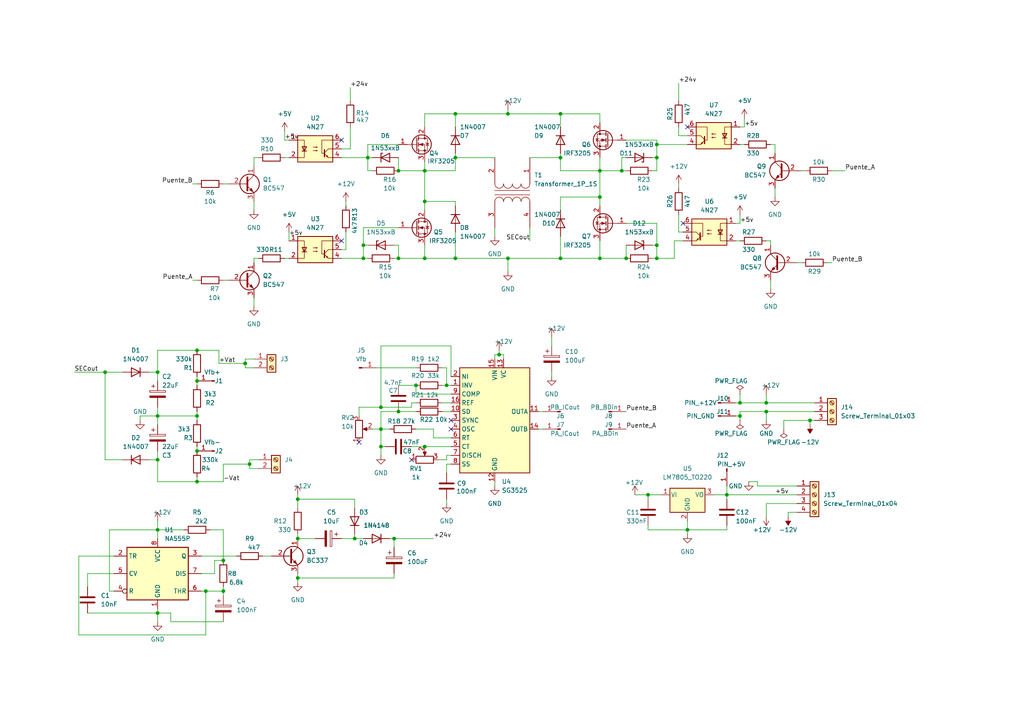
<source format=kicad_sch>
(kicad_sch (version 20231120) (generator "eeschema") (generator_version "8.0")
  (paper "A4")
  (title_block (title "Puente_H_Fuente_AT_SCH") (date "2023-05-30") (rev "1") (company "FaCENA-UNNE") (comment 1 "Dispositivo para relevamiento de umbrales de sensibilidad tactil.") (comment 2 "Tesis MIB: García Cabrera, Jeremías A."))
  (junction (at 115.57 74.93))
  (junction (at 129.54 111.76))
  (junction (at 105.41 74.93))
  (junction (at 190.5 74.93))
  (junction (at 214.63 116.84))
  (junction (at 45.72 177.8))
  (junction (at 132.08 45.72))
  (junction (at 45.72 107.95))
  (junction (at 45.72 153.67))
  (junction (at 123.19 49.53))
  (junction (at 110.49 118.11))
  (junction (at 102.87 156.21))
  (junction (at 190.5 45.72))
  (junction (at 132.08 74.93))
  (junction (at 162.56 45.72))
  (junction (at 173.99 49.53))
  (junction (at 59.69 171.45))
  (junction (at 57.15 101.6))
  (junction (at 123.19 74.93))
  (junction (at 57.15 139.7))
  (junction (at 144.78 102.87))
  (junction (at 162.56 33.02))
  (junction (at 86.36 167.64))
  (junction (at 110.49 129.54))
  (junction (at 114.3 156.21))
  (junction (at 120.65 111.76))
  (junction (at 57.15 110.49))
  (junction (at 106.68 45.72))
  (junction (at 64.77 162.56))
  (junction (at 110.49 124.46))
  (junction (at 105.41 71.12))
  (junction (at 115.57 49.53))
  (junction (at 45.72 120.65))
  (junction (at 86.36 144.78))
  (junction (at 45.72 133.35))
  (junction (at 190.5 71.12))
  (junction (at 173.99 57.15))
  (junction (at 187.96 143.51))
  (junction (at 123.19 58.42))
  (junction (at 234.95 121.92))
  (junction (at 57.15 130.81))
  (junction (at 214.63 120.65))
  (junction (at 123.19 129.54))
  (junction (at 115.57 119.38))
  (junction (at 57.15 120.65))
  (junction (at 173.99 74.93))
  (junction (at 210.82 143.51))
  (junction (at 132.08 33.02))
  (junction (at 147.32 74.93))
  (junction (at 222.25 116.84))
  (junction (at 71.12 105.41))
  (junction (at 147.32 33.02))
  (junction (at 30.48 107.95))
  (junction (at 222.25 119.38))
  (junction (at 162.56 74.93))
  (junction (at 72.39 134.62))
  (junction (at 180.34 49.53))
  (junction (at 199.39 153.67))
  (junction (at 190.5 41.91))
  (junction (at 86.36 156.21))
  (junction (at 64.77 171.45))
  (junction (at 181.61 74.93))
  (no_connect (at 104.14 128.27))
  (no_connect (at 119.38 133.35))
  (no_connect (at 130.81 124.46))
  (no_connect (at 130.81 121.92))
  (no_connect (at 199.39 36.83))
  (no_connect (at 198.12 64.77))
  (no_connect (at 99.06 69.85))
  (no_connect (at 99.06 40.64))
  (wire (pts (xy 147.32 74.93) (xy 162.56 74.93)))
  (wire (pts (xy 86.36 143.51) (xy 86.36 144.78)))
  (wire (pts (xy 110.49 124.46) (xy 113.03 124.46)))
  (wire (pts (xy 195.58 74.93) (xy 190.5 74.93)))
  (wire (pts (xy 219.71 140.97) (xy 231.14 140.97)))
  (wire (pts (xy 45.72 130.81) (xy 45.72 133.35)))
  (wire (pts (xy 234.95 121.92) (xy 236.22 121.92)))
  (wire (pts (xy 214.63 114.3) (xy 214.63 116.84)))
  (wire (pts (xy 105.41 74.93) (xy 105.41 71.12)))
  (wire (pts (xy 101.6 43.18) (xy 101.6 36.83)))
  (wire (pts (xy 232.41 49.53) (xy 233.68 49.53)))
  (wire (pts (xy 125.73 127) (xy 130.81 127)))
  (wire (pts (xy 120.65 114.3) (xy 130.81 114.3)))
  (wire (pts (xy 120.65 119.38) (xy 115.57 119.38)))
  (wire (pts (xy 45.72 177.8) (xy 45.72 176.53)))
  (wire (pts (xy 115.57 74.93) (xy 123.19 74.93)))
  (wire (pts (xy 22.86 161.29) (xy 22.86 184.15)))
  (wire (pts (xy 53.34 153.67) (xy 45.72 153.67)))
  (wire (pts (xy 214.63 121.92) (xy 214.63 120.65)))
  (wire (pts (xy 222.25 116.84) (xy 236.22 116.84)))
  (wire (pts (xy 123.19 49.53) (xy 123.19 46.99)))
  (wire (pts (xy 222.25 114.3) (xy 222.25 116.84)))
  (wire (pts (xy 74.93 135.89) (xy 72.39 135.89)))
  (wire (pts (xy 123.19 33.02) (xy 132.08 33.02)))
  (wire (pts (xy 110.49 100.33) (xy 110.49 118.11)))
  (wire (pts (xy 130.81 100.33) (xy 110.49 100.33)))
  (wire (pts (xy 195.58 69.85) (xy 195.58 74.93)))
  (wire (pts (xy 173.99 49.53) (xy 180.34 49.53)))
  (wire (pts (xy 231.14 76.2) (xy 232.41 76.2)))
  (wire (pts (xy 73.66 76.2) (xy 73.66 74.93)))
  (wire (pts (xy 106.68 45.72) (xy 106.68 49.53)))
  (wire (pts (xy 62.23 162.56) (xy 64.77 162.56)))
  (wire (pts (xy 132.08 33.02) (xy 132.08 36.83)))
  (wire (pts (xy 57.15 110.49) (xy 57.15 111.76)))
  (wire (pts (xy 43.18 107.95) (xy 45.72 107.95)))
  (wire (pts (xy 82.55 40.64) (xy 83.82 40.64)))
  (wire (pts (xy 214.63 64.77) (xy 213.36 64.77)))
  (wire (pts (xy 228.6 149.86) (xy 228.6 148.59)))
  (wire (pts (xy 31.75 153.67) (xy 31.75 171.45)))
  (wire (pts (xy 58.42 161.29) (xy 68.58 161.29)))
  (wire (pts (xy 123.19 60.96) (xy 123.19 58.42)))
  (wire (pts (xy 190.5 41.91) (xy 190.5 45.72)))
  (wire (pts (xy 123.19 49.53) (xy 123.19 58.42)))
  (wire (pts (xy 64.77 81.28) (xy 66.04 81.28)))
  (wire (pts (xy 128.27 111.76) (xy 129.54 111.76)))
  (wire (pts (xy 160.02 97.79) (xy 160.02 100.33)))
  (wire (pts (xy 119.38 118.11) (xy 110.49 118.11)))
  (wire (pts (xy 31.75 153.67) (xy 45.72 153.67)))
  (wire (pts (xy 214.63 62.23) (xy 214.63 64.77)))
  (wire (pts (xy 40.64 120.65) (xy 45.72 120.65)))
  (wire (pts (xy 132.08 49.53) (xy 123.19 49.53)))
  (wire (pts (xy 162.56 36.83) (xy 162.56 33.02)))
  (wire (pts (xy 180.34 45.72) (xy 181.61 45.72)))
  (wire (pts (xy 222.25 149.86) (xy 222.25 146.05)))
  (wire (pts (xy 199.39 151.13) (xy 199.39 153.67)))
  (wire (pts (xy 187.96 143.51) (xy 191.77 143.51)))
  (wire (pts (xy 99.06 72.39) (xy 100.33 72.39)))
  (wire (pts (xy 173.99 74.93) (xy 181.61 74.93)))
  (wire (pts (xy 102.87 156.21) (xy 99.06 156.21)))
  (wire (pts (xy 110.49 129.54) (xy 110.49 132.08)))
  (wire (pts (xy 109.22 106.68) (xy 120.65 106.68)))
  (wire (pts (xy 162.56 49.53) (xy 173.99 49.53)))
  (wire (pts (xy 222.25 119.38) (xy 236.22 119.38)))
  (wire (pts (xy 63.5 101.6) (xy 63.5 105.41)))
  (wire (pts (xy 132.08 58.42) (xy 132.08 59.69)))
  (wire (pts (xy 128.27 119.38) (xy 130.81 119.38)))
  (wire (pts (xy 104.14 120.65) (xy 104.14 118.11)))
  (wire (pts (xy 210.82 152.4) (xy 210.82 153.67)))
  (wire (pts (xy 107.95 45.72) (xy 106.68 45.72)))
  (wire (pts (xy 227.33 121.92) (xy 234.95 121.92)))
  (wire (pts (xy 76.2 161.29) (xy 78.74 161.29)))
  (wire (pts (xy 102.87 147.32) (xy 102.87 144.78)))
  (wire (pts (xy 190.5 45.72) (xy 190.5 49.53)))
  (wire (pts (xy 199.39 41.91) (xy 190.5 41.91)))
  (wire (pts (xy 105.41 66.04) (xy 105.41 71.12)))
  (wire (pts (xy 83.82 67.31) (xy 83.82 69.85)))
  (wire (pts (xy 143.51 104.14) (xy 143.51 102.87)))
  (wire (pts (xy 162.56 44.45) (xy 162.56 45.72)))
  (wire (pts (xy 190.5 40.64) (xy 190.5 41.91)))
  (wire (pts (xy 45.72 133.35) (xy 43.18 133.35)))
  (wire (pts (xy 129.54 132.08) (xy 130.81 132.08)))
  (wire (pts (xy 129.54 137.16) (xy 129.54 134.62)))
  (wire (pts (xy 224.79 54.61) (xy 224.79 57.15)))
  (wire (pts (xy 143.51 66.04) (xy 143.51 68.58)))
  (wire (pts (xy 110.49 129.54) (xy 111.76 129.54)))
  (wire (pts (xy 102.87 154.94) (xy 102.87 156.21)))
  (wire (pts (xy 162.56 45.72) (xy 162.56 49.53)))
  (wire (pts (xy 129.54 133.35) (xy 129.54 132.08)))
  (wire (pts (xy 181.61 71.12) (xy 181.61 74.93)))
  (wire (pts (xy 210.82 143.51) (xy 231.14 143.51)))
  (wire (pts (xy 214.63 41.91) (xy 215.9 41.91)))
  (wire (pts (xy 33.02 161.29) (xy 22.86 161.29)))
  (wire (pts (xy 71.12 106.68) (xy 73.66 106.68)))
  (wire (pts (xy 187.96 153.67) (xy 199.39 153.67)))
  (wire (pts (xy 190.5 49.53) (xy 189.23 49.53)))
  (wire (pts (xy 72.39 133.35) (xy 74.93 133.35)))
  (wire (pts (xy 45.72 107.95) (xy 45.72 110.49)))
  (wire (pts (xy 106.68 41.91) (xy 106.68 45.72)))
  (wire (pts (xy 57.15 121.92) (xy 57.15 120.65)))
  (wire (pts (xy 130.81 100.33) (xy 130.81 109.22)))
  (wire (pts (xy 115.57 71.12) (xy 115.57 74.93)))
  (wire (pts (xy 196.85 36.83) (xy 196.85 39.37)))
  (wire (pts (xy 224.79 41.91) (xy 224.79 44.45)))
  (wire (pts (xy 101.6 25.4) (xy 101.6 29.21)))
  (wire (pts (xy 30.48 133.35) (xy 30.48 107.95)))
  (wire (pts (xy 57.15 119.38) (xy 57.15 120.65)))
  (wire (pts (xy 219.71 140.97) (xy 219.71 139.7)))
  (wire (pts (xy 104.14 118.11) (xy 110.49 118.11)))
  (wire (pts (xy 127 133.35) (xy 129.54 133.35)))
  (wire (pts (xy 115.57 111.76) (xy 120.65 111.76)))
  (wire (pts (xy 72.39 134.62) (xy 72.39 133.35)))
  (wire (pts (xy 215.9 34.29) (xy 215.9 36.83)))
  (wire (pts (xy 234.95 123.19) (xy 234.95 121.92)))
  (wire (pts (xy 132.08 67.31) (xy 132.08 74.93)))
  (wire (pts (xy 189.23 45.72) (xy 190.5 45.72)))
  (wire (pts (xy 190.5 71.12) (xy 190.5 74.93)))
  (wire (pts (xy 162.56 33.02) (xy 173.99 33.02)))
  (wire (pts (xy 180.34 49.53) (xy 181.61 49.53)))
  (wire (pts (xy 59.69 184.15) (xy 59.69 171.45)))
  (wire (pts (xy 31.75 171.45) (xy 33.02 171.45)))
  (wire (pts (xy 64.77 170.18) (xy 64.77 171.45)))
  (wire (pts (xy 181.61 64.77) (xy 190.5 64.77)))
  (wire (pts (xy 162.56 68.58) (xy 162.56 74.93)))
  (wire (pts (xy 173.99 69.85) (xy 173.99 74.93)))
  (wire (pts (xy 82.55 45.72) (xy 83.82 45.72)))
  (wire (pts (xy 129.54 144.78) (xy 129.54 146.05)))
  (wire (pts (xy 132.08 74.93) (xy 147.32 74.93)))
  (wire (pts (xy 106.68 74.93) (xy 105.41 74.93)))
  (wire (pts (xy 82.55 74.93) (xy 83.82 74.93)))
  (wire (pts (xy 57.15 139.7) (xy 64.77 139.7)))
  (wire (pts (xy 115.57 49.53) (xy 123.19 49.53)))
  (wire (pts (xy 173.99 49.53) (xy 173.99 57.15)))
  (wire (pts (xy 59.69 171.45) (xy 64.77 171.45)))
  (wire (pts (xy 217.17 139.7) (xy 219.71 139.7)))
  (wire (pts (xy 105.41 71.12) (xy 106.68 71.12)))
  (wire (pts (xy 196.85 53.34) (xy 196.85 54.61)))
  (wire (pts (xy 86.36 166.37) (xy 86.36 167.64)))
  (wire (pts (xy 120.65 124.46) (xy 125.73 124.46)))
  (wire (pts (xy 215.9 36.83) (xy 214.63 36.83)))
  (wire (pts (xy 102.87 156.21) (xy 105.41 156.21)))
  (wire (pts (xy 114.3 166.37) (xy 114.3 167.64)))
  (wire (pts (xy 143.51 102.87) (xy 144.78 102.87)))
  (wire (pts (xy 119.38 129.54) (xy 123.19 129.54)))
  (wire (pts (xy 45.72 139.7) (xy 57.15 139.7)))
  (wire (pts (xy 40.64 121.92) (xy 40.64 120.65)))
  (wire (pts (xy 64.77 53.34) (xy 66.04 53.34)))
  (wire (pts (xy 21.59 107.95) (xy 30.48 107.95)))
  (wire (pts (xy 100.33 58.42) (xy 100.33 59.69)))
  (wire (pts (xy 73.66 58.42) (xy 73.66 60.96)))
  (wire (pts (xy 113.03 156.21) (xy 114.3 156.21)))
  (wire (pts (xy 147.32 33.02) (xy 162.56 33.02)))
  (wire (pts (xy 57.15 101.6) (xy 45.72 101.6)))
  (wire (pts (xy 222.25 146.05) (xy 231.14 146.05)))
  (wire (pts (xy 189.23 74.93) (xy 190.5 74.93)))
  (wire (pts (xy 213.36 116.84) (xy 214.63 116.84)))
  (wire (pts (xy 160.02 107.95) (xy 160.02 109.22)))
  (wire (pts (xy 187.96 152.4) (xy 187.96 153.67)))
  (wire (pts (xy 129.54 106.68) (xy 129.54 111.76)))
  (wire (pts (xy 86.36 167.64) (xy 86.36 168.91)))
  (wire (pts (xy 153.67 45.72) (xy 162.56 45.72)))
  (wire (pts (xy 73.66 74.93) (xy 74.93 74.93)))
  (wire (pts (xy 45.72 101.6) (xy 45.72 107.95)))
  (wire (pts (xy 153.67 69.85) (xy 153.67 66.04)))
  (wire (pts (xy 207.01 143.51) (xy 210.82 143.51)))
  (wire (pts (xy 45.72 151.13) (xy 45.72 153.67)))
  (wire (pts (xy 110.49 124.46) (xy 110.49 129.54)))
  (wire (pts (xy 99.06 74.93) (xy 105.41 74.93)))
  (wire (pts (xy 132.08 33.02) (xy 147.32 33.02)))
  (wire (pts (xy 181.61 40.64) (xy 190.5 40.64)))
  (wire (pts (xy 106.68 49.53) (xy 107.95 49.53)))
  (wire (pts (xy 245.11 49.53) (xy 241.3 49.53)))
  (wire (pts (xy 114.3 156.21) (xy 125.73 156.21)))
  (wire (pts (xy 64.77 134.62) (xy 64.77 139.7)))
  (wire (pts (xy 144.78 102.87) (xy 146.05 102.87)))
  (wire (pts (xy 45.72 153.67) (xy 45.72 156.21)))
  (wire (pts (xy 222.25 69.85) (xy 223.52 69.85)))
  (wire (pts (xy 187.96 143.51) (xy 187.96 144.78)))
  (wire (pts (xy 125.73 124.46) (xy 125.73 127)))
  (wire (pts (xy 57.15 109.22) (xy 57.15 110.49)))
  (wire (pts (xy 132.08 45.72) (xy 132.08 49.53)))
  (wire (pts (xy 119.38 116.84) (xy 119.38 118.11)))
  (wire (pts (xy 22.86 184.15) (xy 59.69 184.15)))
  (wire (pts (xy 45.72 120.65) (xy 45.72 123.19)))
  (wire (pts (xy 196.85 24.13) (xy 196.85 29.21)))
  (wire (pts (xy 45.72 118.11) (xy 45.72 120.65)))
  (wire (pts (xy 86.36 156.21) (xy 91.44 156.21)))
  (wire (pts (xy 73.66 45.72) (xy 74.93 45.72)))
  (wire (pts (xy 120.65 111.76) (xy 120.65 114.3)))
  (wire (pts (xy 45.72 139.7) (xy 45.72 133.35)))
  (wire (pts (xy 45.72 180.34) (xy 45.72 177.8)))
  (wire (pts (xy 214.63 116.84) (xy 222.25 116.84)))
  (wire (pts (xy 198.12 69.85) (xy 195.58 69.85)))
  (wire (pts (xy 228.6 148.59) (xy 231.14 148.59)))
  (wire (pts (xy 115.57 41.91) (xy 106.68 41.91)))
  (wire (pts (xy 146.05 102.87) (xy 146.05 104.14)))
  (wire (pts (xy 64.77 153.67) (xy 60.96 153.67)))
  (wire (pts (xy 128.27 116.84) (xy 130.81 116.84)))
  (wire (pts (xy 99.06 45.72) (xy 106.68 45.72)))
  (wire (pts (xy 110.49 119.38) (xy 110.49 124.46)))
  (wire (pts (xy 128.27 106.68) (xy 129.54 106.68)))
  (wire (pts (xy 129.54 134.62) (xy 130.81 134.62)))
  (wire (pts (xy 173.99 33.02) (xy 173.99 35.56)))
  (wire (pts (xy 62.23 166.37) (xy 62.23 162.56)))
  (wire (pts (xy 73.66 86.36) (xy 73.66 88.9)))
  (wire (pts (xy 25.4 166.37) (xy 33.02 166.37)))
  (wire (pts (xy 73.66 48.26) (xy 73.66 45.72)))
  (wire (pts (xy 110.49 119.38) (xy 115.57 119.38)))
  (wire (pts (xy 196.85 39.37) (xy 199.39 39.37)))
  (wire (pts (xy 49.53 180.34) (xy 49.53 177.8)))
  (wire (pts (xy 214.63 119.38) (xy 222.25 119.38)))
  (wire (pts (xy 210.82 140.97) (xy 210.82 143.51)))
  (wire (pts (xy 115.57 66.04) (xy 105.41 66.04)))
  (wire (pts (xy 102.87 144.78) (xy 86.36 144.78)))
  (wire (pts (xy 129.54 111.76) (xy 130.81 111.76)))
  (wire (pts (xy 157.48 119.38) (xy 156.21 119.38)))
  (wire (pts (xy 147.32 78.74) (xy 147.32 74.93)))
  (wire (pts (xy 25.4 177.8) (xy 45.72 177.8)))
  (wire (pts (xy 55.88 53.34) (xy 57.15 53.34)))
  (wire (pts (xy 199.39 153.67) (xy 199.39 154.94)))
  (wire (pts (xy 222.25 121.92) (xy 222.25 119.38)))
  (wire (pts (xy 227.33 124.46) (xy 227.33 121.92)))
  (wire (pts (xy 147.32 31.75) (xy 147.32 33.02)))
  (wire (pts (xy 123.19 36.83) (xy 123.19 33.02)))
  (wire (pts (xy 157.48 124.46) (xy 156.21 124.46)))
  (wire (pts (xy 86.36 154.94) (xy 86.36 156.21)))
  (wire (pts (xy 58.42 171.45) (xy 59.69 171.45)))
  (wire (pts (xy 71.12 105.41) (xy 71.12 104.14)))
  (wire (pts (xy 63.5 101.6) (xy 57.15 101.6)))
  (wire (pts (xy 71.12 104.14) (xy 73.66 104.14)))
  (wire (pts (xy 180.34 45.72) (xy 180.34 49.53)))
  (wire (pts (xy 132.08 45.72) (xy 143.51 45.72)))
  (wire (pts (xy 115.57 45.72) (xy 115.57 49.53)))
  (wire (pts (xy 71.12 105.41) (xy 71.12 106.68)))
  (wire (pts (xy 57.15 138.43) (xy 57.15 139.7)))
  (wire (pts (xy 100.33 72.39) (xy 100.33 67.31)))
  (wire (pts (xy 58.42 166.37) (xy 62.23 166.37)))
  (wire (pts (xy 123.19 71.12) (xy 123.19 74.93)))
  (wire (pts (xy 213.36 69.85) (xy 214.63 69.85)))
  (wire (pts (xy 196.85 62.23) (xy 196.85 67.31)))
  (wire (pts (xy 190.5 64.77) (xy 190.5 71.12)))
  (wire (pts (xy 63.5 105.41) (xy 71.12 105.41)))
  (wire (pts (xy 198.12 67.31) (xy 196.85 67.31)))
  (wire (pts (xy 162.56 57.15) (xy 173.99 57.15)))
  (wire (pts (xy 114.3 71.12) (xy 115.57 71.12)))
  (wire (pts (xy 86.36 144.78) (xy 86.36 147.32)))
  (wire (pts (xy 223.52 69.85) (xy 223.52 71.12)))
  (wire (pts (xy 173.99 57.15) (xy 173.99 59.69)))
  (wire (pts (xy 210.82 143.51) (xy 210.82 144.78)))
  (wire (pts (xy 189.23 71.12) (xy 190.5 71.12)))
  (wire (pts (xy 123.19 129.54) (xy 130.81 129.54)))
  (wire (pts (xy 184.15 143.51) (xy 187.96 143.51)))
  (wire (pts (xy 57.15 129.54) (xy 57.15 130.81)))
  (wire (pts (xy 49.53 177.8) (xy 45.72 177.8)))
  (wire (pts (xy 64.77 162.56) (xy 64.77 153.67)))
  (wire (pts (xy 123.19 58.42) (xy 132.08 58.42)))
  (wire (pts (xy 107.95 124.46) (xy 110.49 124.46)))
  (wire (pts (xy 213.36 120.65) (xy 214.63 120.65)))
  (wire (pts (xy 114.3 156.21) (xy 114.3 158.75)))
  (wire (pts (xy 64.77 172.72) (xy 64.77 171.45)))
  (wire (pts (xy 86.36 167.64) (xy 114.3 167.64)))
  (wire (pts (xy 240.03 76.2) (xy 241.3 76.2)))
  (wire (pts (xy 82.55 38.1) (xy 82.55 40.64)))
  (wire (pts (xy 35.56 133.35) (xy 30.48 133.35)))
  (wire (pts (xy 132.08 44.45) (xy 132.08 45.72)))
  (wire (pts (xy 144.78 101.6) (xy 144.78 102.87)))
  (wire (pts (xy 55.88 81.28) (xy 57.15 81.28)))
  (wire (pts (xy 30.48 107.95) (xy 35.56 107.95)))
  (wire (pts (xy 173.99 45.72) (xy 173.99 49.53)))
  (wire (pts (xy 214.63 120.65) (xy 214.63 119.38)))
  (wire (pts (xy 114.3 74.93) (xy 115.57 74.93)))
  (wire (pts (xy 223.52 41.91) (xy 224.79 41.91)))
  (wire (pts (xy 123.19 74.93) (xy 132.08 74.93)))
  (wire (pts (xy 64.77 180.34) (xy 49.53 180.34)))
  (wire (pts (xy 162.56 60.96) (xy 162.56 57.15)))
  (wire (pts (xy 25.4 170.18) (xy 25.4 166.37)))
  (wire (pts (xy 223.52 81.28) (xy 223.52 83.82)))
  (wire (pts (xy 199.39 153.67) (xy 210.82 153.67)))
  (wire (pts (xy 143.51 139.7) (xy 143.51 140.97)))
  (wire (pts (xy 99.06 43.18) (xy 101.6 43.18)))
  (wire (pts (xy 120.65 116.84) (xy 119.38 116.84)))
  (wire (pts (xy 72.39 135.89) (xy 72.39 134.62)))
  (wire (pts (xy 162.56 74.93) (xy 173.99 74.93)))
  (wire (pts (xy 64.77 134.62) (xy 72.39 134.62)))
  (wire (pts (xy 45.72 120.65) (xy 57.15 120.65)))
  (label "+5v" (at 215.9 36.83 0))
  (label "-Vat" (at 64.77 139.7 0))
  (label "Puente_A" (at 181.61 124.46 0))
  (label "SECout" (at 153.67 69.85 180))
  (label "+5v" (at 224.79 143.51 0))
  (label "Puente_B" (at 55.88 53.34 180))
  (label "+Vat" (at 63.5 105.41 0))
  (label "Puente_A" (at 245.11 49.53 0))
  (label "Puente_B" (at 241.3 76.2 0))
  (label "+5v" (at 214.63 64.77 0))
  (label "+24v" (at 196.85 24.13 0))
  (label "Puente_B" (at 181.61 119.38 0))
  (label "SECout" (at 21.59 107.95 0))
  (label "+5v" (at 82.55 40.64 0))
  (label "+5v" (at 83.82 68.58 0))
  (label "+24v" (at 101.6 25.4 0))
  (label "+24v" (at 125.73 156.21 0))
  (label "Puente_A" (at 55.88 81.28 180))
  (symbol (lib_id "power:GND") (at 86.36 168.91 0) (unit 1)
    (property "Reference" "#PWR09" (effects (hide yes)))
    (property "Value" "GND" (at 86.36 173.99 0))
  )
  (symbol (lib_id "power:+12V") (at 184.15 143.51 0) (unit 1)
    (property "Reference" "#PWR020" (effects (hide yes)))
    (property "Value" "+12V" (at 183.896 139.954 0))
  )
  (symbol (lib_id "power:+12V") (at 222.25 149.86 180) (unit 1)
    (property "Reference" "#PWR028" (effects (hide yes)))
    (property "Value" "+12V" (at 220.98 153.67 0))
  )
  (symbol (lib_id "power:PWR_FLAG") (at 227.33 124.46 180) (unit 1)
    (property "Reference" "#FLG03" (effects (hide yes)))
    (property "Value" "PWR_FLAG" (at 227.33 128.27 0))
  )
  (symbol (lib_id "Device:R") (at 57.15 125.73 0) (unit 1)
    (property "Reference" "R3" (at 54.61 127 0))
    (property "Value" "3k3" (at 53.34 124.46 0))
    (property "Footprint" "Resistor_THT:R_Axial_DIN0207_L6.3mm_D2.5mm_P7.62mm_Horizontal" (effects (hide yes)))
  )
  (symbol (lib_id "Device:C") (at 115.57 115.57 0) (unit 1)
    (property "Reference" "C7" (at 114.046 113.284 0))
    (property "Value" "4.7nF" (at 114.046 110.998 0))
    (property "Footprint" "Capacitor_THT:C_Disc_D5.0mm_W2.5mm_P2.50mm" (effects (hide yes)))
  )
  (symbol (lib_id "power:+12V") (at 147.32 31.75 0) (unit 1)
    (property "Reference" "#PWR014" (effects (hide yes)))
    (property "Value" "+12V" (at 148.59 29.21 0))
  )
  (symbol (lib_id "Diode:1N53xxB") (at 185.42 71.12 0) (mirror y) (unit 1)
    (property "Reference" "D12" (at 185.42 64.77 0))
    (property "Value" "1N53xxB" (at 185.42 67.31 0))
    (property "Footprint" "Diode_THT:D_DO-35_SOD27_P7.62mm_Horizontal" (effects (hide yes)))
    (property "Datasheet" "https://diotec.com/tl_files/diotec/files/pdf/datasheets/1n5345b.pdf" (effects (hide yes)))
  )
  (symbol (lib_id "power:GND") (at 147.32 78.74 0) (unit 1)
    (property "Reference" "#PWR015" (effects (hide yes)))
    (property "Value" "GND" (at 147.32 83.82 0))
  )
  (symbol (lib_id "Device:R") (at 124.46 119.38 270) (unit 1)
    (property "Reference" "R22" (at 123.698 121.666 90))
    (property "Value" "10k" (at 128.016 121.666 90))
    (property "Footprint" "Resistor_THT:R_Axial_DIN0207_L6.3mm_D2.5mm_P7.62mm_Horizontal" (effects (hide yes)))
  )
  (symbol (lib_id "power:GND") (at 222.25 121.92 0) (unit 1)
    (property "Reference" "#PWR027" (effects (hide yes)))
    (property "Value" "GND" (at 222.25 125.73 0))
  )
  (symbol (lib_id "Diode:1N4007") (at 39.37 107.95 180) (unit 1)
    (property "Reference" "D1" (at 39.37 101.6 0))
    (property "Value" "1N4007" (at 39.37 104.14 0))
    (property "Footprint" "Diode_THT:D_DO-41_SOD81_P10.16mm_Horizontal" (effects (hide yes)))
    (property "Datasheet" "http://www.vishay.com/docs/88503/1n4001.pdf" (effects (hide yes)))
  )
  (symbol (lib_id "Device:R") (at 110.49 74.93 90) (unit 1)
    (property "Reference" "R15" (at 111.76 77.47 90))
    (property "Value" "10k" (at 111.76 80.01 90))
    (property "Footprint" "Resistor_THT:R_Axial_DIN0207_L6.3mm_D2.5mm_P7.62mm_Horizontal" (effects (hide yes)))
  )
  (symbol (lib_id "Transistor_BJT:BC547") (at 71.12 81.28 0) (unit 1)
    (property "Reference" "Q2" (at 76.2 80.0099 0) (effects (justify left)))
    (property "Value" "BC547" (at 76.2 82.5499 0) (effects (justify left)))
    (property "Footprint" "Package_TO_SOT_THT:TO-92_Inline_Wide" (effects (hide yes)))
    (property "Datasheet" "https://www.onsemi.com/pub/Collateral/BC550-D.pdf" (effects (hide yes)))
  )
  (symbol (lib_id "Device:C") (at 187.96 148.59 0) (unit 1)
    (property "Reference" "C11" (at 181.61 148.59 0) (effects (justify left)))
    (property "Value" "330nF" (at 181.61 151.13 0) (effects (justify left)))
    (property "Footprint" "Capacitor_THT:C_Disc_D5.0mm_W2.5mm_P2.50mm" (effects (hide yes)))
  )
  (symbol (lib_id "Device:R") (at 124.46 106.68 270) (unit 1)
    (property "Reference" "R19" (at 121.158 104.14 90))
    (property "Value" "1k2" (at 125.73 104.14 90))
    (property "Footprint" "Resistor_THT:R_Axial_DIN0207_L6.3mm_D2.5mm_P7.62mm_Horizontal" (effects (hide yes)))
  )
  (symbol (lib_id "Diode:1N4007") (at 162.56 40.64 270) (unit 1)
    (property "Reference" "D9" (at 154.94 39.37 90) (effects (justify left)))
    (property "Value" "1N4007" (at 154.94 36.83 90) (effects (justify left)))
    (property "Footprint" "Diode_THT:D_DO-41_SOD81_P10.16mm_Horizontal" (effects (hide yes)))
    (property "Datasheet" "http://www.vishay.com/docs/88503/1n4001.pdf" (effects (hide yes)))
  )
  (symbol (lib_id "Device:R") (at 60.96 81.28 90) (unit 1)
    (property "Reference" "R7" (at 62.23 83.82 90))
    (property "Value" "10k" (at 62.23 86.36 90))
    (property "Footprint" "Resistor_THT:R_Axial_DIN0207_L6.3mm_D2.5mm_P7.62mm_Horizontal" (effects (hide yes)))
  )
  (symbol (lib_id "power:GND") (at 129.54 146.05 0) (unit 1)
    (property "Reference" "#PWR012" (effects (hide yes)))
    (property "Value" "GND" (at 129.54 151.13 0))
  )
  (symbol (lib_id "power:+5V") (at 214.63 62.23 0) (unit 1)
    (property "Reference" "#PWR023" (effects (hide yes)))
    (property "Value" "+5V" (at 214.63 57.15 0))
  )
  (symbol (lib_id "Device:C_Polarized") (at 114.3 162.56 0) (unit 1)
    (property "Reference" "C6" (at 118.11 160.4009 0) (effects (justify left)))
    (property "Value" "100uF" (at 118.11 162.9409 0) (effects (justify left)))
    (property "Footprint" "Capacitor_THT:CP_Radial_D6.3mm_P2.50mm" (effects (hide yes)))
  )
  (symbol (lib_id "Device:R") (at 64.77 166.37 180) (unit 1)
    (property "Reference" "R8" (at 67.31 166.37 0))
    (property "Value" "6.8k" (at 68.58 168.91 0))
    (property "Footprint" "Resistor_THT:R_Axial_DIN0207_L6.3mm_D2.5mm_P7.62mm_Horizontal" (effects (hide yes)))
  )
  (symbol (lib_id "Device:R") (at 111.76 49.53 90) (unit 1)
    (property "Reference" "R16" (at 113.03 52.07 90))
    (property "Value" "10k" (at 113.03 54.61 90))
    (property "Footprint" "Resistor_THT:R_Axial_DIN0207_L6.3mm_D2.5mm_P7.62mm_Horizontal" (effects (hide yes)))
  )
  (symbol (lib_id "power:-12V") (at 234.95 123.19 180) (unit 1)
    (property "Reference" "#PWR032" (effects (hide yes)))
    (property "Value" "-12V" (at 234.95 128.27 0))
  )
  (symbol (lib_id "Connector:Conn_01x01_Male") (at 104.14 106.68 0) (unit 1)
    (property "Reference" "J5" (at 104.775 101.6 0))
    (property "Value" "Vfb" (at 104.775 104.14 0))
    (property "Footprint" "Connector_Pin:Pin_D0.7mm_L6.5mm_W1.8mm_FlatFork" (effects (hide yes)))
  )
  (symbol (lib_id "power:GND") (at 110.49 132.08 0) (unit 1)
    (property "Reference" "#PWR011" (effects (hide yes)))
    (property "Value" "GND" (at 110.49 137.16 0))
  )
  (symbol (lib_id "power:+12V") (at 196.85 53.34 0) (unit 1)
    (property "Reference" "#PWR021" (effects (hide yes)))
    (property "Value" "+12V" (at 196.85 48.26 0))
  )
  (symbol (lib_id "Device:C_Polarized") (at 64.77 176.53 0) (unit 1)
    (property "Reference" "C4" (at 68.58 174.3709 0) (effects (justify left)))
    (property "Value" "100nF" (at 68.58 176.9109 0) (effects (justify left)))
    (property "Footprint" "Capacitor_THT:C_Disc_D5.0mm_W2.5mm_P2.50mm" (effects (hide yes)))
  )
  (symbol (lib_id "power:+5V") (at 215.9 34.29 0) (unit 1)
    (property "Reference" "#PWR024" (effects (hide yes)))
    (property "Value" "+5V" (at 215.9 29.21 0))
  )
  (symbol (lib_id "Device:R") (at 124.46 111.76 90) (unit 1)
    (property "Reference" "R20" (at 121.158 108.966 90))
    (property "Value" "33k" (at 125.73 108.966 90))
    (property "Footprint" "Resistor_THT:R_Axial_DIN0207_L6.3mm_D2.5mm_P7.62mm_Horizontal" (effects (hide yes)))
  )
  (symbol (lib_id "power:+12V") (at 45.72 151.13 0) (unit 1)
    (property "Reference" "#PWR02" (effects (hide yes)))
    (property "Value" "+12V" (at 46.99 148.59 0))
  )
  (symbol (lib_id "Device:R") (at 57.15 105.41 0) (unit 1)
    (property "Reference" "R1" (at 54.61 106.68 0))
    (property "Value" "330k" (at 53.34 104.14 0))
    (property "Footprint" "Resistor_THT:R_Axial_DIN0207_L6.3mm_D2.5mm_P7.62mm_Horizontal" (effects (hide yes)))
  )
  (symbol (lib_id "power:GND") (at 73.66 88.9 0) (unit 1)
    (property "Reference" "#PWR05" (effects (hide yes)))
    (property "Value" "GND" (at 73.66 93.98 0))
  )
  (symbol (lib_id "Device:R") (at 218.44 69.85 270) (unit 1)
    (property "Reference" "R27" (at 217.17 67.31 90))
    (property "Value" "330" (at 217.17 72.39 90))
    (property "Footprint" "Resistor_THT:R_Axial_DIN0207_L6.3mm_D2.5mm_P7.62mm_Horizontal" (effects (hide yes)))
  )
  (symbol (lib_id "power:PWR_FLAG") (at 214.63 121.92 180) (unit 1)
    (property "Reference" "#FLG02" (effects (hide yes)))
    (property "Value" "PWR_FLAG" (at 212.09 125.73 0))
  )
  (symbol (lib_id "Device:R") (at 72.39 161.29 270) (unit 1)
    (property "Reference" "R9" (at 72.39 156.21 90))
    (property "Value" "4k7" (at 73.66 158.75 90))
    (property "Footprint" "Resistor_THT:R_Axial_DIN0207_L6.3mm_D2.5mm_P7.62mm_Horizontal" (effects (hide yes)))
  )
  (symbol (lib_id "Connector:Screw_Terminal_01x02") (at 80.01 133.35 0) (unit 1)
    (property "Reference" "J4" (at 82.55 133.3499 0) (effects (justify left)))
    (property "Value" "Screw_Terminal_01x02" (effects (hide yes)))
    (property "Footprint" "TerminalBlock:TerminalBlock_bornier-2_P5.08mm" (effects (hide yes)))
  )
  (symbol (lib_id "Connector:Conn_01x01_Male") (at 176.53 119.38 0) (unit 1)
    (property "Reference" "J8" (at 176.53 120.65 0))
    (property "Value" "PB_BDin" (at 175.26 118.11 0))
    (property "Footprint" "Connector_Pin:Pin_D0.7mm_L6.5mm_W1.8mm_FlatFork" (effects (hide yes)))
  )
  (symbol (lib_id "Device:R") (at 86.36 151.13 0) (unit 1)
    (property "Reference" "R12" (at 81.28 151.13 0))
    (property "Value" "330" (at 82.55 153.67 0))
    (property "Footprint" "Resistor_THT:R_Axial_DIN0207_L6.3mm_D2.5mm_P7.62mm_Horizontal" (effects (hide yes)))
  )
  (symbol (lib_id "Connector:Conn_01x01_Male") (at 62.23 130.81 180) (unit 1)
    (property "Reference" "J2" (at 63.5 130.81 0))
    (property "Value" "Vfb-" (at 61.595 128.27 0))
    (property "Footprint" "Connector_Pin:Pin_D0.7mm_L6.5mm_W1.8mm_FlatFork" (effects (hide yes)))
  )
  (symbol (lib_id "Transistor_BJT:BC547") (at 227.33 49.53 0) (mirror y) (unit 1)
    (property "Reference" "Q9" (at 222.25 48.2599 0) (effects (justify left)))
    (property "Value" "BC547" (at 222.25 50.7999 0) (effects (justify left)))
    (property "Footprint" "Package_TO_SOT_THT:TO-92_Inline_Wide" (effects (hide yes)))
    (property "Datasheet" "https://www.onsemi.com/pub/Collateral/BC550-D.pdf" (effects (hide yes)))
  )
  (symbol (lib_id "Regulator_Linear:LM7805_TO220") (at 199.39 143.51 0) (unit 1)
    (property "Reference" "U5" (at 199.39 135.89 0))
    (property "Value" "LM7805_TO220" (at 199.39 138.43 0))
    (property "Footprint" "Package_TO_SOT_THT:TO-220-3_Vertical" (effects (hide yes)))
    (property "Datasheet" "https://www.onsemi.cn/PowerSolutions/document/MC7800-D.PDF" (effects (hide yes)))
  )
  (symbol (lib_id "Diode:1N4007") (at 39.37 133.35 0) (unit 1)
    (property "Reference" "D2" (at 39.37 127 0))
    (property "Value" "1N4007" (at 39.37 129.54 0))
    (property "Footprint" "Diode_THT:D_DO-41_SOD81_P10.16mm_Horizontal" (effects (hide yes)))
    (property "Datasheet" "http://www.vishay.com/docs/88503/1n4001.pdf" (effects (hide yes)))
  )
  (symbol (lib_id "power:GND") (at 199.39 154.94 0) (unit 1)
    (property "Reference" "#PWR022" (effects (hide yes)))
    (property "Value" "GND" (at 199.39 160.02 0))
  )
  (symbol (lib_id "power:GND") (at 73.66 60.96 0) (unit 1)
    (property "Reference" "#PWR04" (effects (hide yes)))
    (property "Value" "GND" (at 73.66 66.04 0))
  )
  (symbol (lib_id "power:GND") (at 217.17 139.7 0) (unit 1)
    (property "Reference" "#PWR025" (effects (hide yes)))
    (property "Value" "GND" (at 213.36 140.97 0))
  )
  (symbol (lib_id "Device:R") (at 219.71 41.91 270) (unit 1)
    (property "Reference" "R28" (at 218.44 39.37 90))
    (property "Value" "330" (at 218.44 44.45 90))
    (property "Footprint" "Resistor_THT:R_Axial_DIN0207_L6.3mm_D2.5mm_P7.62mm_Horizontal" (effects (hide yes)))
  )
  (symbol (lib_id "power:-12V") (at 228.6 149.86 180) (unit 1)
    (property "Reference" "#PWR031" (effects (hide yes)))
    (property "Value" "-12V" (at 228.6 153.67 0))
  )
  (symbol (lib_id "Diode:1N53xxB") (at 111.76 45.72 0) (unit 1)
    (property "Reference" "D6" (at 111.76 39.37 0))
    (property "Value" "1N53xxB" (at 111.76 42.926 0))
    (property "Footprint" "Diode_THT:D_DO-35_SOD27_P7.62mm_Horizontal" (effects (hide yes)))
    (property "Datasheet" "https://diotec.com/tl_files/diotec/files/pdf/datasheets/1n5345b.pdf" (effects (hide yes)))
  )
  (symbol (lib_id "Device:C") (at 129.54 140.97 180) (unit 1)
    (property "Reference" "C9" (at 133.858 140.208 0))
    (property "Value" "100nF" (at 135.382 142.494 0))
    (property "Footprint" "Capacitor_THT:C_Disc_D5.0mm_W2.5mm_P2.50mm" (effects (hide yes)))
  )
  (symbol (lib_id "Device:R") (at 100.33 63.5 180) (unit 1)
    (property "Reference" "R13" (at 102.87 62.23 90))
    (property "Value" "4k7" (at 102.87 66.04 90))
    (property "Footprint" "Resistor_THT:R_Axial_DIN0207_L6.3mm_D2.5mm_P7.62mm_Horizontal" (effects (hide yes)))
  )
  (symbol (lib_id "Connector:Conn_01x01_Male") (at 210.82 135.89 270) (unit 1)
    (property "Reference" "J12" (at 209.55 132.08 90))
    (property "Value" "PIN_+5V" (at 212.09 134.62 90))
    (property "Footprint" "Connector_Pin:Pin_D0.7mm_L6.5mm_W1.8mm_FlatFork" (effects (hide yes)))
  )
  (symbol (lib_id "Diode:1N4148") (at 109.22 156.21 180) (unit 1)
    (property "Reference" "D4" (at 105.41 157.48 0))
    (property "Value" "1N4148" (at 109.22 152.4 0))
    (property "Footprint" "Diode_THT:D_DO-35_SOD27_P7.62mm_Horizontal" (effects (hide yes)))
    (property "Datasheet" "https://assets.nexperia.com/documents/data-sheet/1N4148_1N4448.pdf" (effects (hide yes)))
  )
  (symbol (lib_id "power:GND") (at 143.51 68.58 0) (unit 1)
    (property "Reference" "#PWR013" (effects (hide yes)))
    (property "Value" "GND" (at 143.51 73.66 0))
  )
  (symbol (lib_id "Device:C") (at 210.82 148.59 0) (unit 1)
    (property "Reference" "C12" (at 213.36 148.59 0) (effects (justify left)))
    (property "Value" "100nF" (at 213.36 151.13 0) (effects (justify left)))
    (property "Footprint" "Capacitor_THT:C_Disc_D5.0mm_W2.5mm_P2.50mm" (effects (hide yes)))
  )
  (symbol (lib_id "Transistor_BJT:BC547") (at 226.06 76.2 0) (mirror y) (unit 1)
    (property "Reference" "Q8" (at 220.98 74.9299 0) (effects (justify left)))
    (property "Value" "BC547" (at 220.98 77.4699 0) (effects (justify left)))
    (property "Footprint" "Package_TO_SOT_THT:TO-92_Inline_Wide" (effects (hide yes)))
    (property "Datasheet" "https://www.onsemi.com/pub/Collateral/BC550-D.pdf" (effects (hide yes)))
  )
  (symbol (lib_id "Device:C_Polarized") (at 45.72 127 0) (unit 1)
    (property "Reference" "C3" (at 46.99 132.08 0) (effects (justify left)))
    (property "Value" "22uF" (at 46.99 129.54 0) (effects (justify left)))
    (property "Footprint" "Capacitor_THT:CP_Radial_D16.0mm_P7.50mm" (effects (hide yes)))
  )
  (symbol (lib_id "power:GND") (at 224.79 57.15 0) (unit 1)
    (property "Reference" "#PWR030" (effects (hide yes)))
    (property "Value" "GND" (at 224.79 62.23 0))
  )
  (symbol (lib_id "Device:R") (at 185.42 74.93 90) (unit 1)
    (property "Reference" "R24" (at 186.69 77.47 90))
    (property "Value" "10k" (at 186.69 80.01 90))
    (property "Footprint" "Resistor_THT:R_Axial_DIN0207_L6.3mm_D2.5mm_P7.62mm_Horizontal" (effects (hide yes)))
  )
  (symbol (lib_id "Diode:1N53xxB") (at 185.42 45.72 180) (unit 1)
    (property "Reference" "D11" (at 181.61 44.45 0))
    (property "Value" "1N53xxB" (at 185.42 41.91 0))
    (property "Footprint" "Diode_THT:D_DO-35_SOD27_P7.62mm_Horizontal" (effects (hide yes)))
    (property "Datasheet" "https://diotec.com/tl_files/diotec/files/pdf/datasheets/1n5345b.pdf" (effects (hide yes)))
  )
  (symbol (lib_id "power:GND") (at 40.64 121.92 0) (unit 1)
    (property "Reference" "#PWR01" (effects (hide yes)))
    (property "Value" "GND" (at 40.64 119.38 0))
  )
  (symbol (lib_id "Isolator:4N27") (at 207.01 39.37 0) (mirror y) (unit 1)
    (property "Reference" "U7" (at 207.01 30.48 0))
    (property "Value" "4N27" (at 207.01 33.02 0))
    (property "Footprint" "Package_DIP:DIP-6_W7.62mm" (effects (hide yes)))
    (property "Datasheet" "https://www.vishay.com/docs/83725/4n25.pdf" (effects (hide yes)))
  )
  (symbol (lib_id "power:GND") (at 223.52 83.82 0) (unit 1)
    (property "Reference" "#PWR029" (effects (hide yes)))
    (property "Value" "GND" (at 223.52 88.9 0))
  )
  (symbol (lib_id "power:GND") (at 45.72 180.34 0) (unit 1)
    (property "Reference" "#PWR03" (effects (hide yes)))
    (property "Value" "GND" (at 45.72 185.42 0))
  )
  (symbol (lib_id "Diode:1N4007") (at 162.56 64.77 270) (unit 1)
    (property "Reference" "D10" (at 157.226 64.77 90) (effects (justify left)))
    (property "Value" "1N4007" (at 154.94 62.23 90) (effects (justify left)))
    (property "Footprint" "Diode_THT:D_DO-41_SOD81_P10.16mm_Horizontal" (effects (hide yes)))
    (property "Datasheet" "http://www.vishay.com/docs/88503/1n4001.pdf" (effects (hide yes)))
  )
  (symbol (lib_id "power:+12V") (at 144.78 101.6 0) (unit 1)
    (property "Reference" "#PWR017" (effects (hide yes)))
    (property "Value" "+12V" (at 146.05 99.06 0))
  )
  (symbol (lib_id "power:+5V") (at 83.82 67.31 0) (unit 1)
    (property "Reference" "#PWR07" (effects (hide yes)))
    (property "Value" "+5V" (at 83.82 62.23 0))
  )
  (symbol (lib_id "power:GND") (at 143.51 140.97 0) (unit 1)
    (property "Reference" "#PWR016" (effects (hide yes)))
    (property "Value" "GND" (at 143.51 146.05 0))
  )
  (symbol (lib_id "power:+5V") (at 82.55 38.1 0) (unit 1)
    (property "Reference" "#PWR06" (effects (hide yes)))
    (property "Value" "+5V" (at 82.55 33.02 0))
  )
  (symbol (lib_id "Transistor_BJT:BC547") (at 71.12 53.34 0) (unit 1)
    (property "Reference" "Q1" (at 76.2 52.0699 0) (effects (justify left)))
    (property "Value" "BC547" (at 76.2 54.6099 0) (effects (justify left)))
    (property "Footprint" "Package_TO_SOT_THT:TO-92_Inline_Wide" (effects (hide yes)))
    (property "Datasheet" "https://www.onsemi.com/pub/Collateral/BC550-D.pdf" (effects (hide yes)))
  )
  (symbol (lib_id "Device:R") (at 124.46 116.84 90) (unit 1)
    (property "Reference" "R21" (at 121.158 114.554 90))
    (property "Value" "12k" (at 125.476 114.554 90))
    (property "Footprint" "Resistor_THT:R_Axial_DIN0207_L6.3mm_D2.5mm_P7.62mm_Horizontal" (effects (hide yes)))
  )
  (symbol (lib_id "Connector:Screw_Terminal_01x02") (at 78.74 104.14 0) (unit 1)
    (property "Reference" "J3" (at 81.28 104.1399 0) (effects (justify left)))
    (property "Value" "Screw_Terminal_01x02" (effects (hide yes)))
    (property "Footprint" "TerminalBlock:TerminalBlock_bornier-2_P5.08mm" (effects (hide yes)))
  )
  (symbol (lib_id "Isolator:4N27") (at 91.44 43.18 0) (unit 1)
    (property "Reference" "U2" (at 91.44 34.29 0))
    (property "Value" "4N27" (at 91.44 36.83 0))
    (property "Footprint" "Package_DIP:DIP-6_W7.62mm" (effects (hide yes)))
    (property "Datasheet" "https://www.vishay.com/docs/83725/4n25.pdf" (effects (hide yes)))
  )
  (symbol (lib_id "Transistor_FET:IRF3205") (at 176.53 40.64 0) (mirror y) (unit 1)
    (property "Reference" "Q6" (at 171.45 41.91 0) (effects (justify left)))
    (property "Value" "IRF3205" (at 171.45 44.45 0) (effects (justify left)))
    (property "Footprint" "Package_TO_SOT_THT:TO-220-3_Vertical" (effects (hide yes)))
    (property "Datasheet" "http://www.irf.com/product-info/datasheets/data/irf3205.pdf" (effects (hide yes)))
  )
  (symbol (lib_id "Device:C") (at 25.4 173.99 0) (unit 1)
    (property "Reference" "C1" (at 29.21 172.7199 0) (effects (justify left)))
    (property "Value" "10nF" (at 29.21 175.2599 0) (effects (justify left)))
    (property "Footprint" "Capacitor_THT:C_Disc_D5.0mm_W2.5mm_P2.50mm" (effects (hide yes)))
  )
  (symbol (lib_id "Device:Transformer_1P_1S") (at 148.59 55.88 270) (unit 1)
    (property "Reference" "T1" (at 154.94 50.8 90) (effects (justify left)))
    (property "Value" "Transformer_1P_1S" (at 154.94 53.34 90) (effects (justify left)))
    (property "Footprint" "Transformer_THT:Transformer_1S_2P" (effects (hide yes)))
  )
  (symbol (lib_id "Device:R") (at 236.22 76.2 90) (unit 1)
    (property "Reference" "R29" (at 236.22 78.74 90))
    (property "Value" "10k" (at 236.22 73.66 90))
    (property "Footprint" "Resistor_THT:R_Axial_DIN0207_L6.3mm_D2.5mm_P7.62mm_Horizontal" (effects (hide yes)))
  )
  (symbol (lib_id "power:PWR_FLAG") (at 214.63 114.3 0) (unit 1)
    (property "Reference" "#FLG01" (effects (hide yes)))
    (property "Value" "PWR_FLAG" (at 212.09 110.49 0))
  )
  (symbol (lib_id "Device:R") (at 101.6 33.02 180) (unit 1)
    (property "Reference" "R14" (at 105.156 32.766 0))
    (property "Value" "4k7" (at 105.156 34.798 0))
    (property "Footprint" "Resistor_THT:R_Axial_DIN0207_L6.3mm_D2.5mm_P7.62mm_Horizontal" (effects (hide yes)))
  )
  (symbol (lib_id "Diode:1N4148") (at 102.87 151.13 90) (unit 1)
    (property "Reference" "D3" (at 104.14 148.59 90) (effects (justify right)))
    (property "Value" "1N4148" (at 105.41 152.3999 90) (effects (justify right)))
    (property "Footprint" "Diode_THT:D_DO-35_SOD27_P7.62mm_Horizontal" (effects (hide yes)))
    (property "Datasheet" "https://assets.nexperia.com/documents/data-sheet/1N4148_1N4448.pdf" (effects (hide yes)))
  )
  (symbol (lib_id "Device:R") (at 185.42 49.53 90) (unit 1)
    (property "Reference" "R23" (at 186.69 52.07 90))
    (property "Value" "10k" (at 186.69 54.61 90))
    (property "Footprint" "Resistor_THT:R_Axial_DIN0207_L6.3mm_D2.5mm_P7.62mm_Horizontal" (effects (hide yes)))
  )
  (symbol (lib_id "Device:R") (at 78.74 74.93 270) (unit 1)
    (property "Reference" "R11" (at 80.01 72.39 90))
    (property "Value" "330" (at 76.2 72.39 90))
    (property "Footprint" "Resistor_THT:R_Axial_DIN0207_L6.3mm_D2.5mm_P7.62mm_Horizontal" (effects (hide yes)))
  )
  (symbol (lib_id "Diode:1N53xxB") (at 110.49 71.12 0) (unit 1)
    (property "Reference" "D5" (at 110.49 64.77 0))
    (property "Value" "1N53xxB" (at 110.49 67.31 0))
    (property "Footprint" "Diode_THT:D_DO-35_SOD27_P7.62mm_Horizontal" (effects (hide yes)))
    (property "Datasheet" "https://diotec.com/tl_files/diotec/files/pdf/datasheets/1n5345b.pdf" (effects (hide yes)))
  )
  (symbol (lib_id "Connector:Conn_01x01_Male") (at 162.56 119.38 180) (unit 1)
    (property "Reference" "J6" (at 162.56 120.65 0))
    (property "Value" "PB_ICout" (at 163.83 118.11 0))
    (property "Footprint" "Connector_Pin:Pin_D0.7mm_L6.5mm_W1.8mm_FlatFork" (effects (hide yes)))
  )
  (symbol (lib_id "Transistor_FET:IRF3205") (at 176.53 64.77 0) (mirror y) (unit 1)
    (property "Reference" "Q7" (at 171.45 68.58 0) (effects (justify left)))
    (property "Value" "IRF3205" (at 171.45 71.12 0) (effects (justify left)))
    (property "Footprint" "Package_TO_SOT_THT:TO-220-3_Vertical" (effects (hide yes)))
    (property "Datasheet" "http://www.irf.com/product-info/datasheets/data/irf3205.pdf" (effects (hide yes)))
  )
  (symbol (lib_id "Device:R") (at 57.15 115.57 0) (unit 1)
    (property "Reference" "R2" (at 60.96 116.84 0))
    (property "Value" "3k3" (at 60.96 114.3 0))
    (property "Footprint" "Resistor_THT:R_Axial_DIN0207_L6.3mm_D2.5mm_P7.62mm_Horizontal" (effects (hide yes)))
  )
  (symbol (lib_id "Device:R_Potentiometer") (at 123.19 133.35 90) (unit 1)
    (property "Reference" "RV1" (at 120.65 135.89 90))
    (property "Value" "1k" (at 120.65 138.43 90))
    (property "Footprint" "Potentiometer_THT:Potentiometer_Bourns_3296W_Vertical" (effects (hide yes)))
  )
  (symbol (lib_id "Device:R") (at 57.15 153.67 270) (unit 1)
    (property "Reference" "R5" (at 57.15 148.59 90))
    (property "Value" "2k2" (at 58.42 151.13 90))
    (property "Footprint" "Resistor_THT:R_Axial_DIN0207_L6.3mm_D2.5mm_P7.62mm_Horizontal" (effects (hide yes)))
  )
  (symbol (lib_id "Connector:Conn_01x01_Male") (at 208.28 116.84 0) (unit 1)
    (property "Reference" "J10" (at 209.55 115.57 0))
    (property "Value" "PIN_+12V" (at 203.2 116.84 0))
    (property "Footprint" "Connector_Pin:Pin_D0.7mm_L6.5mm_W1.8mm_FlatFork" (effects (hide yes)))
  )
  (symbol (lib_id "Device:C_Polarized") (at 45.72 114.3 0) (unit 1)
    (property "Reference" "C2" (at 46.99 109.22 0) (effects (justify left)))
    (property "Value" "22uF" (at 46.99 111.76 0) (effects (justify left)))
    (property "Footprint" "Capacitor_THT:CP_Radial_D16.0mm_P7.50mm" (effects (hide yes)))
  )
  (symbol (lib_id "Connector:Conn_01x01_Male") (at 62.23 110.49 180) (unit 1)
    (property "Reference" "J1" (at 63.5 110.49 0))
    (property "Value" "Vfb+" (at 61.595 107.95 0))
    (property "Footprint" "Connector_Pin:Pin_D0.7mm_L6.5mm_W1.8mm_FlatFork" (effects (hide yes)))
  )
  (symbol (lib_id "Connector:Screw_Terminal_01x04") (at 236.22 143.51 0) (unit 1)
    (property "Reference" "J13" (at 238.76 143.5099 0) (effects (justify left)))
    (property "Value" "Screw_Terminal_01x04" (at 238.76 146.0499 0) (effects (justify left)))
    (property "Footprint" "TerminalBlock:TerminalBlock_bornier-4_P5.08mm" (effects (hide yes)))
  )
  (symbol (lib_id "Connector:Conn_01x01_Male") (at 208.28 120.65 0) (unit 1)
    (property "Reference" "J11" (at 209.55 119.38 0))
    (property "Value" "PIN_GND" (at 203.2 120.65 0))
    (property "Footprint" "Connector_Pin:Pin_D0.7mm_L6.5mm_W1.8mm_FlatFork" (effects (hide yes)))
  )
  (symbol (lib_id "Connector:Conn_01x01_Male") (at 162.56 124.46 180) (unit 1)
    (property "Reference" "J7" (at 162.56 123.19 0))
    (property "Value" "PA_ICout" (at 163.83 125.73 0))
    (property "Footprint" "Connector_Pin:Pin_D0.7mm_L6.5mm_W1.8mm_FlatFork" (effects (hide yes)))
  )
  (symbol (lib_id "power:+12V") (at 100.33 58.42 0) (unit 1)
    (property "Reference" "#PWR010" (effects (hide yes)))
    (property "Value" "+12V" (at 100.33 53.34 0))
  )
  (symbol (lib_id "power:GND") (at 160.02 109.22 0) (unit 1)
    (property "Reference" "#PWR019" (effects (hide yes)))
    (property "Value" "GND" (at 160.02 114.3 0))
  )
  (symbol (lib_id "Device:C") (at 115.57 129.54 90) (unit 1)
    (property "Reference" "C8" (at 118.11 130.81 90))
    (property "Value" "47nF" (at 119.38 128.27 90))
    (property "Footprint" "Capacitor_THT:C_Disc_D5.0mm_W2.5mm_P2.50mm" (effects (hide yes)))
  )
  (symbol (lib_id "Device:C_Polarized") (at 160.02 104.14 0) (unit 1)
    (property "Reference" "C10" (at 163.83 101.9809 0) (effects (justify left)))
    (property "Value" "100uF" (at 163.83 104.5209 0) (effects (justify left)))
    (property "Footprint" "Capacitor_THT:CP_Radial_D6.3mm_P2.50mm" (effects (hide yes)))
  )
  (symbol (lib_id "Device:R") (at 196.85 33.02 180) (unit 1)
    (property "Reference" "R25" (at 194.31 33.02 90))
    (property "Value" "4k7" (at 199.39 31.75 90))
    (property "Footprint" "Resistor_THT:R_Axial_DIN0207_L6.3mm_D2.5mm_P7.62mm_Horizontal" (effects (hide yes)))
  )
  (symbol (lib_id "Device:R") (at 78.74 45.72 270) (unit 1)
    (property "Reference" "R10" (at 77.47 43.18 90))
    (property "Value" "330" (at 77.47 40.64 90))
    (property "Footprint" "Resistor_THT:R_Axial_DIN0207_L6.3mm_D2.5mm_P7.62mm_Horizontal" (effects (hide yes)))
  )
  (symbol (lib_id "Connector:Screw_Terminal_01x03") (at 241.3 119.38 0) (unit 1)
    (property "Reference" "J14" (at 243.84 118.1099 0) (effects (justify left)))
    (property "Value" "Screw_Terminal_01x03" (at 243.84 120.6499 0) (effects (justify left)))
    (property "Footprint" "TerminalBlock:TerminalBlock_bornier-3_P5.08mm" (effects (hide yes)))
  )
  (symbol (lib_id "power:+12V") (at 160.02 97.79 0) (unit 1)
    (property "Reference" "#PWR018" (effects (hide yes)))
    (property "Value" "+12V" (at 161.29 95.25 0))
  )
  (symbol (lib_id "Isolator:4N27") (at 205.74 67.31 0) (mirror y) (unit 1)
    (property "Reference" "U6" (at 205.74 58.42 0))
    (property "Value" "4N27" (at 205.74 60.96 0))
    (property "Footprint" "Package_DIP:DIP-6_W7.62mm" (effects (hide yes)))
    (property "Datasheet" "https://www.vishay.com/docs/83725/4n25.pdf" (effects (hide yes)))
  )
  (symbol (lib_id "Connector:Conn_01x01_Male") (at 176.53 124.46 0) (unit 1)
    (property "Reference" "J9" (at 176.53 123.19 0))
    (property "Value" "PA_BDin" (at 175.514 125.73 0))
    (property "Footprint" "Connector_Pin:Pin_D0.7mm_L6.5mm_W1.8mm_FlatFork" (effects (hide yes)))
  )
  (symbol (lib_id "Device:C_Polarized") (at 95.25 156.21 270) (unit 1)
    (property "Reference" "C5" (at 96.139 148.59 90))
    (property "Value" "10uF" (at 96.139 151.13 90))
    (property "Footprint" "Capacitor_THT:CP_Radial_D6.3mm_P2.50mm" (effects (hide yes)))
  )
  (symbol (lib_id "Device:R") (at 237.49 49.53 90) (unit 1)
    (property "Reference" "R30" (at 237.49 52.07 90))
    (property "Value" "10k" (at 237.49 46.99 90))
    (property "Footprint" "Resistor_THT:R_Axial_DIN0207_L6.3mm_D2.5mm_P7.62mm_Horizontal" (effects (hide yes)))
  )
  (symbol (lib_id "Transistor_FET:IRF3205") (at 120.65 66.04 0) (unit 1)
    (property "Reference" "Q5" (at 125.73 67.31 0) (effects (justify left)))
    (property "Value" "IRF3205" (at 124.46 69.85 0) (effects (justify left)))
    (property "Footprint" "Package_TO_SOT_THT:TO-220-3_Vertical" (effects (hide yes)))
    (property "Datasheet" "http://www.irf.com/product-info/datasheets/data/irf3205.pdf" (effects (hide yes)))
  )
  (symbol (lib_id "Transistor_FET:IRF3205") (at 120.65 41.91 0) (unit 1)
    (property "Reference" "Q4" (at 124.46 44.45 0) (effects (justify left)))
    (property "Value" "IRF3205" (at 123.952 46.736 0) (effects (justify left)))
    (property "Footprint" "Package_TO_SOT_THT:TO-220-3_Vertical" (effects (hide yes)))
    (property "Datasheet" "http://www.irf.com/product-info/datasheets/data/irf3205.pdf" (effects (hide yes)))
  )
  (symbol (lib_id "Device:R") (at 60.96 53.34 90) (unit 1)
    (property "Reference" "R6" (at 60.96 55.88 90))
    (property "Value" "10k" (at 60.96 58.42 90))
    (property "Footprint" "Resistor_THT:R_Axial_DIN0207_L6.3mm_D2.5mm_P7.62mm_Horizontal" (effects (hide yes)))
  )
  (symbol (lib_id "Timer:NA555P") (at 45.72 166.37 0) (unit 1)
    (property "Reference" "U1" (at 47.7394 153.67 0) (effects (justify left)))
    (property "Value" "NA555P" (at 47.7394 156.21 0) (effects (justify left)))
    (property "Footprint" "Package_DIP:DIP-8_W7.62mm" (effects (hide yes)))
    (property "Datasheet" "http://www.ti.com/lit/ds/symlink/ne555.pdf" (effects (hide yes)))
  )
  (symbol (lib_id "Device:R_Potentiometer") (at 104.14 124.46 0) (mirror x) (unit 1)
    (property "Reference" "RV2" (at 100.838 121.158 0))
    (property "Value" "10k" (at 100.838 123.698 0))
    (property "Footprint" "Potentiometer_THT:Potentiometer_Bourns_3296W_Vertical" (effects (hide yes)))
  )
  (symbol (lib_id "power:+12V") (at 86.36 143.51 0) (unit 1)
    (property "Reference" "#PWR08" (effects (hide yes)))
    (property "Value" "+12V" (at 87.63 140.97 0))
  )
  (symbol (lib_id "Isolator:4N27") (at 91.44 72.39 0) (unit 1)
    (property "Reference" "U3" (at 91.44 63.5 0))
    (property "Value" "4N27" (at 91.44 66.04 0))
    (property "Footprint" "Package_DIP:DIP-6_W7.62mm" (effects (hide yes)))
    (property "Datasheet" "https://www.vishay.com/docs/83725/4n25.pdf" (effects (hide yes)))
  )
  (symbol (lib_id "Regulator_Controller:SG3525") (at 143.51 121.92 0) (unit 1)
    (property "Reference" "U4" (at 145.5294 139.7 0) (effects (justify left)))
    (property "Value" "SG3525" (at 145.5294 142.24 0) (effects (justify left)))
    (property "Footprint" "Package_DIP:DIP-16_W7.62mm_LongPads" (effects (hide yes)))
    (property "Datasheet" "www.st.com/resource/en/datasheet/sg3525.pdf" (effects (hide yes)))
  )
  (symbol (lib_id "Device:R") (at 57.15 134.62 0) (unit 1)
    (property "Reference" "R4" (at 59.69 135.89 0))
    (property "Value" "330k" (at 60.96 133.35 0))
    (property "Footprint" "Resistor_THT:R_Axial_DIN0207_L6.3mm_D2.5mm_P7.62mm_Horizontal" (effects (hide yes)))
  )
  (symbol (lib_id "Diode:1N4007") (at 132.08 40.64 270) (unit 1)
    (property "Reference" "D7" (at 133.35 39.37 90) (effects (justify left)))
    (property "Value" "1N4007" (at 133.35 36.83 90) (effects (justify left)))
    (property "Footprint" "Diode_THT:D_DO-41_SOD81_P10.16mm_Horizontal" (effects (hide yes)))
    (property "Datasheet" "http://www.vishay.com/docs/88503/1n4001.pdf" (effects (hide yes)))
  )
  (symbol (lib_id "Transistor_BJT:BC337") (at 83.82 161.29 0) (unit 1)
    (property "Reference" "Q3" (at 88.9 160.0199 0) (effects (justify left)))
    (property "Value" "BC337" (at 88.9 162.5599 0) (effects (justify left)))
    (property "Footprint" "Package_TO_SOT_THT:TO-92_Inline_Wide" (effects (hide yes)))
    (property "Datasheet" "https://diotec.com/tl_files/diotec/files/pdf/datasheets/bc337.pdf" (effects (hide yes)))
  )
  (symbol (lib_id "power:+12V") (at 222.25 114.3 0) (unit 1)
    (property "Reference" "#PWR026" (effects (hide yes)))
    (property "Value" "+12V" (at 223.52 111.76 0))
  )
  (symbol (lib_id "Device:R") (at 116.84 124.46 270) (unit 1)
    (property "Reference" "R18" (at 114.3 122.174 90))
    (property "Value" "27k" (at 118.618 122.174 90))
    (property "Footprint" "Resistor_THT:R_Axial_DIN0207_L6.3mm_D2.5mm_P7.62mm_Horizontal" (effects (hide yes)))
  )
  (symbol (lib_id "Device:R") (at 196.85 58.42 180) (unit 1)
    (property "Reference" "R26" (at 194.31 58.42 90))
    (property "Value" "4k7" (at 199.39 58.42 90))
    (property "Footprint" "Resistor_THT:R_Axial_DIN0207_L6.3mm_D2.5mm_P7.62mm_Horizontal" (effects (hide yes)))
  )
  (symbol (lib_id "Diode:1N4007") (at 132.08 63.5 270) (unit 1)
    (property "Reference" "D8" (at 133.35 66.04 90) (effects (justify left)))
    (property "Value" "1N4007" (at 133.35 68.58 90) (effects (justify left)))
    (property "Footprint" "Diode_THT:D_DO-41_SOD81_P10.16mm_Horizontal" (effects (hide yes)))
    (property "Datasheet" "http://www.vishay.com/docs/88503/1n4001.pdf" (effects (hide yes)))
  )
)
</source>
